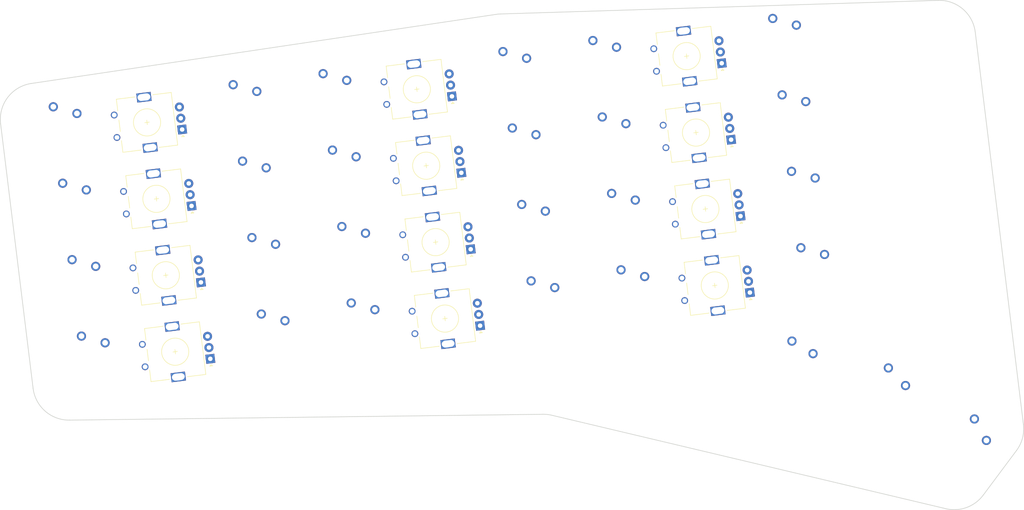
<source format=kicad_pcb>
(kicad_pcb (version 20171130) (host pcbnew 5.1.6)
  (title_block (title "bav70_test") (rev "v1.0.0") (company "Unknown"))
  (layers (0 F.Cu signal) (31 B.Cu signal) (34 B.Paste user) (35 F.Paste user) (36 B.SilkS user) (37 F.SilkS user) (38 B.Mask user) (39 F.Mask user) (44 Edge.Cuts user))
  (net 0 "")
  (net 1 "D5")
  (net 2 "stretch_bottom")
  (net 3 "GND")
  (net 4 "D1")
  (net 5 "D2")
  (net 6 "stretch_home")
  (net 7 "stretch_high")
  (net 8 "stretch_num")
  (net 9 "D3")
  (net 10 "pinky_bottom")
  (net 11 "pinky_home")
  (net 12 "pinky_high")
  (net 13 "pinky_num")
  (net 14 "ring_bottom")
  (net 15 "ring_home")
  (net 16 "ring_high")
  (net 17 "ring_num")
  (net 18 "D7")
  (net 19 "middle_bottom")
  (net 20 "middle_home")
  (net 21 "middle_high")
  (net 22 "middle_num")
  (net 23 "D8")
  (net 24 "index_bottom")
  (net 25 "index_home")
  (net 26 "index_high")
  (net 27 "index_num")
  (net 28 "D10")
  (net 29 "inner_bottom")
  (net 30 "inner_home")
  (net 31 "inner_high")
  (net 32 "inner_num")
  (net 33 "near_fan")
  (net 34 "mid_fan")
  (net 35 "far_fan")
  (net 36 "D6")
  (net 37 "Foo")
  (net 38 "Bar")
  (net 39 "D4")
  (net 40 "D0")
  (footprint "ceoloide:switch_choc_v1_v2" (layer "B.Cu") (at 141.04202 164.0339861 7)
    (property "Reference" "S1" hide)
    (pad "" np_thru_hole circle (at 0 0 7) (size 3.4 3.4) (drill 3.4) (layers "*.Cu" "*.Mask"))
    (pad "" np_thru_hole circle (at 5.5 0 7) (size 1.9 1.9) (drill 1.9) (layers "*.Cu" "*.Mask"))
    (pad "" np_thru_hole circle (at -5.5 0 7) (size 1.9 1.9) (drill 1.9) (layers "*.Cu" "*.Mask"))
    (pad "2" thru_hole circle (at 0 -5.9 202) (size 2.032 2.032) (drill 1.27) (layers "*.Cu" "*.Mask") (net 1 "D5"))
    (pad "1" thru_hole circle (at 5 -3.8 202) (size 2.032 2.032) (drill 1.27) (layers "*.Cu" "*.Mask") (net 2 "stretch_bottom"))
  )
  (footprint "ceoloide:switch_choc_v1_v2" (layer "B.Cu") (at 138.9702412 147.1607015 7)
    (property "Reference" "S2" hide)
    (pad "" np_thru_hole circle (at 0 0 7) (size 3.4 3.4) (drill 3.4) (layers "*.Cu" "*.Mask"))
    (pad "" np_thru_hole circle (at 5.5 0 7) (size 1.9 1.9) (drill 1.9) (layers "*.Cu" "*.Mask"))
    (pad "" np_thru_hole circle (at -5.5 0 7) (size 1.9 1.9) (drill 1.9) (layers "*.Cu" "*.Mask"))
    (pad "2" thru_hole circle (at 0 -5.9 202) (size 2.032 2.032) (drill 1.27) (layers "*.Cu" "*.Mask") (net 1 "D5"))
    (pad "1" thru_hole circle (at 5 -3.8 202) (size 2.032 2.032) (drill 1.27) (layers "*.Cu" "*.Mask") (net 6 "stretch_home"))
  )
  (footprint "ceoloide:switch_choc_v1_v2" (layer "B.Cu") (at 136.8984623 130.2874169 7)
    (property "Reference" "S3" hide)
    (pad "" np_thru_hole circle (at 0 0 7) (size 3.4 3.4) (drill 3.4) (layers "*.Cu" "*.Mask"))
    (pad "" np_thru_hole circle (at 5.5 0 7) (size 1.9 1.9) (drill 1.9) (layers "*.Cu" "*.Mask"))
    (pad "" np_thru_hole circle (at -5.5 0 7) (size 1.9 1.9) (drill 1.9) (layers "*.Cu" "*.Mask"))
    (pad "2" thru_hole circle (at 0 -5.9 202) (size 2.032 2.032) (drill 1.27) (layers "*.Cu" "*.Mask") (net 1 "D5"))
    (pad "1" thru_hole circle (at 5 -3.8 202) (size 2.032 2.032) (drill 1.27) (layers "*.Cu" "*.Mask") (net 7 "stretch_high"))
  )
  (footprint "ceoloide:switch_choc_v1_v2" (layer "B.Cu") (at 134.8266835 113.4141324 7)
    (property "Reference" "S4" hide)
    (pad "" np_thru_hole circle (at 0 0 7) (size 3.4 3.4) (drill 3.4) (layers "*.Cu" "*.Mask"))
    (pad "" np_thru_hole circle (at 5.5 0 7) (size 1.9 1.9) (drill 1.9) (layers "*.Cu" "*.Mask"))
    (pad "" np_thru_hole circle (at -5.5 0 7) (size 1.9 1.9) (drill 1.9) (layers "*.Cu" "*.Mask"))
    (pad "2" thru_hole circle (at 0 -5.9 202) (size 2.032 2.032) (drill 1.27) (layers "*.Cu" "*.Mask") (net 1 "D5"))
    (pad "1" thru_hole circle (at 5 -3.8 202) (size 2.032 2.032) (drill 1.27) (layers "*.Cu" "*.Mask") (net 8 "stretch_num"))
  )
  (footprint "ceoloide:switch_choc_v1_v2" (layer "B.Cu") (at 180.7438661 159.1592124 7)
    (property "Reference" "S5" hide)
    (pad "" np_thru_hole circle (at 0 0 7) (size 3.4 3.4) (drill 3.4) (layers "*.Cu" "*.Mask"))
    (pad "" np_thru_hole circle (at 5.5 0 7) (size 1.9 1.9) (drill 1.9) (layers "*.Cu" "*.Mask"))
    (pad "" np_thru_hole circle (at -5.5 0 7) (size 1.9 1.9) (drill 1.9) (layers "*.Cu" "*.Mask"))
    (pad "2" thru_hole circle (at 0 -5.9 202) (size 2.032 2.032) (drill 1.27) (layers "*.Cu" "*.Mask") (net 9 "D3"))
    (pad "1" thru_hole circle (at 5 -3.8 202) (size 2.032 2.032) (drill 1.27) (layers "*.Cu" "*.Mask") (net 10 "pinky_bottom"))
  )
  (footprint "ceoloide:switch_choc_v1_v2" (layer "B.Cu") (at 178.6720872 142.2859278 7)
    (property "Reference" "S6" hide)
    (pad "" np_thru_hole circle (at 0 0 7) (size 3.4 3.4) (drill 3.4) (layers "*.Cu" "*.Mask"))
    (pad "" np_thru_hole circle (at 5.5 0 7) (size 1.9 1.9) (drill 1.9) (layers "*.Cu" "*.Mask"))
    (pad "" np_thru_hole circle (at -5.5 0 7) (size 1.9 1.9) (drill 1.9) (layers "*.Cu" "*.Mask"))
    (pad "2" thru_hole circle (at 0 -5.9 202) (size 2.032 2.032) (drill 1.27) (layers "*.Cu" "*.Mask") (net 9 "D3"))
    (pad "1" thru_hole circle (at 5 -3.8 202) (size 2.032 2.032) (drill 1.27) (layers "*.Cu" "*.Mask") (net 11 "pinky_home"))
  )
  (footprint "ceoloide:switch_choc_v1_v2" (layer "B.Cu") (at 176.6003084 125.4126432 7)
    (property "Reference" "S7" hide)
    (pad "" np_thru_hole circle (at 0 0 7) (size 3.4 3.4) (drill 3.4) (layers "*.Cu" "*.Mask"))
    (pad "" np_thru_hole circle (at 5.5 0 7) (size 1.9 1.9) (drill 1.9) (layers "*.Cu" "*.Mask"))
    (pad "" np_thru_hole circle (at -5.5 0 7) (size 1.9 1.9) (drill 1.9) (layers "*.Cu" "*.Mask"))
    (pad "2" thru_hole circle (at 0 -5.9 202) (size 2.032 2.032) (drill 1.27) (layers "*.Cu" "*.Mask") (net 9 "D3"))
    (pad "1" thru_hole circle (at 5 -3.8 202) (size 2.032 2.032) (drill 1.27) (layers "*.Cu" "*.Mask") (net 12 "pinky_high"))
  )
  (footprint "ceoloide:switch_choc_v1_v2" (layer "B.Cu") (at 174.5285296 108.5393586 7)
    (property "Reference" "S8" hide)
    (pad "" np_thru_hole circle (at 0 0 7) (size 3.4 3.4) (drill 3.4) (layers "*.Cu" "*.Mask"))
    (pad "" np_thru_hole circle (at 5.5 0 7) (size 1.9 1.9) (drill 1.9) (layers "*.Cu" "*.Mask"))
    (pad "" np_thru_hole circle (at -5.5 0 7) (size 1.9 1.9) (drill 1.9) (layers "*.Cu" "*.Mask"))
    (pad "2" thru_hole circle (at 0 -5.9 202) (size 2.032 2.032) (drill 1.27) (layers "*.Cu" "*.Mask") (net 9 "D3"))
    (pad "1" thru_hole circle (at 5 -3.8 202) (size 2.032 2.032) (drill 1.27) (layers "*.Cu" "*.Mask") (net 13 "pinky_num"))
  )
  (footprint "ceoloide:switch_choc_v1_v2" (layer "B.Cu") (at 200.5947891 156.7218255 7)
    (property "Reference" "S9" hide)
    (pad "" np_thru_hole circle (at 0 0 7) (size 3.4 3.4) (drill 3.4) (layers "*.Cu" "*.Mask"))
    (pad "" np_thru_hole circle (at 5.5 0 7) (size 1.9 1.9) (drill 1.9) (layers "*.Cu" "*.Mask"))
    (pad "" np_thru_hole circle (at -5.5 0 7) (size 1.9 1.9) (drill 1.9) (layers "*.Cu" "*.Mask"))
    (pad "2" thru_hole circle (at 0 -5.9 202) (size 2.032 2.032) (drill 1.27) (layers "*.Cu" "*.Mask") (net 4 "D1"))
    (pad "1" thru_hole circle (at 5 -3.8 202) (size 2.032 2.032) (drill 1.27) (layers "*.Cu" "*.Mask") (net 14 "ring_bottom"))
  )
  (footprint "ceoloide:switch_choc_v1_v2" (layer "B.Cu") (at 198.5230103 139.8485409 7)
    (property "Reference" "S10" hide)
    (pad "" np_thru_hole circle (at 0 0 7) (size 3.4 3.4) (drill 3.4) (layers "*.Cu" "*.Mask"))
    (pad "" np_thru_hole circle (at 5.5 0 7) (size 1.9 1.9) (drill 1.9) (layers "*.Cu" "*.Mask"))
    (pad "" np_thru_hole circle (at -5.5 0 7) (size 1.9 1.9) (drill 1.9) (layers "*.Cu" "*.Mask"))
    (pad "2" thru_hole circle (at 0 -5.9 202) (size 2.032 2.032) (drill 1.27) (layers "*.Cu" "*.Mask") (net 4 "D1"))
    (pad "1" thru_hole circle (at 5 -3.8 202) (size 2.032 2.032) (drill 1.27) (layers "*.Cu" "*.Mask") (net 15 "ring_home"))
  )
  (footprint "ceoloide:switch_choc_v1_v2" (layer "B.Cu") (at 196.4512314 122.9752563 7)
    (property "Reference" "S11" hide)
    (pad "" np_thru_hole circle (at 0 0 7) (size 3.4 3.4) (drill 3.4) (layers "*.Cu" "*.Mask"))
    (pad "" np_thru_hole circle (at 5.5 0 7) (size 1.9 1.9) (drill 1.9) (layers "*.Cu" "*.Mask"))
    (pad "" np_thru_hole circle (at -5.5 0 7) (size 1.9 1.9) (drill 1.9) (layers "*.Cu" "*.Mask"))
    (pad "2" thru_hole circle (at 0 -5.9 202) (size 2.032 2.032) (drill 1.27) (layers "*.Cu" "*.Mask") (net 4 "D1"))
    (pad "1" thru_hole circle (at 5 -3.8 202) (size 2.032 2.032) (drill 1.27) (layers "*.Cu" "*.Mask") (net 16 "ring_high"))
  )
  (footprint "ceoloide:switch_choc_v1_v2" (layer "B.Cu") (at 194.3794526 106.1019717 7)
    (property "Reference" "S12" hide)
    (pad "" np_thru_hole circle (at 0 0 7) (size 3.4 3.4) (drill 3.4) (layers "*.Cu" "*.Mask"))
    (pad "" np_thru_hole circle (at 5.5 0 7) (size 1.9 1.9) (drill 1.9) (layers "*.Cu" "*.Mask"))
    (pad "" np_thru_hole circle (at -5.5 0 7) (size 1.9 1.9) (drill 1.9) (layers "*.Cu" "*.Mask"))
    (pad "2" thru_hole circle (at 0 -5.9 202) (size 2.032 2.032) (drill 1.27) (layers "*.Cu" "*.Mask") (net 4 "D1"))
    (pad "1" thru_hole circle (at 5 -3.8 202) (size 2.032 2.032) (drill 1.27) (layers "*.Cu" "*.Mask") (net 17 "ring_num"))
  )
  (footprint "ceoloide:switch_choc_v1_v2" (layer "B.Cu") (at 240.2966352 151.8470517 7)
    (property "Reference" "S13" hide)
    (pad "" np_thru_hole circle (at 0 0 7) (size 3.4 3.4) (drill 3.4) (layers "*.Cu" "*.Mask"))
    (pad "" np_thru_hole circle (at 5.5 0 7) (size 1.9 1.9) (drill 1.9) (layers "*.Cu" "*.Mask"))
    (pad "" np_thru_hole circle (at -5.5 0 7) (size 1.9 1.9) (drill 1.9) (layers "*.Cu" "*.Mask"))
    (pad "2" thru_hole circle (at 0 -5.9 202) (size 2.032 2.032) (drill 1.27) (layers "*.Cu" "*.Mask") (net 18 "D7"))
    (pad "1" thru_hole circle (at 5 -3.8 202) (size 2.032 2.032) (drill 1.27) (layers "*.Cu" "*.Mask") (net 19 "middle_bottom"))
  )
  (footprint "ceoloide:switch_choc_v1_v2" (layer "B.Cu") (at 238.2248563 134.9737672 7)
    (property "Reference" "S14" hide)
    (pad "" np_thru_hole circle (at 0 0 7) (size 3.4 3.4) (drill 3.4) (layers "*.Cu" "*.Mask"))
    (pad "" np_thru_hole circle (at 5.5 0 7) (size 1.9 1.9) (drill 1.9) (layers "*.Cu" "*.Mask"))
    (pad "" np_thru_hole circle (at -5.5 0 7) (size 1.9 1.9) (drill 1.9) (layers "*.Cu" "*.Mask"))
    (pad "2" thru_hole circle (at 0 -5.9 202) (size 2.032 2.032) (drill 1.27) (layers "*.Cu" "*.Mask") (net 18 "D7"))
    (pad "1" thru_hole circle (at 5 -3.8 202) (size 2.032 2.032) (drill 1.27) (layers "*.Cu" "*.Mask") (net 20 "middle_home"))
  )
  (footprint "ceoloide:switch_choc_v1_v2" (layer "B.Cu") (at 236.1530775 118.1004826 7)
    (property "Reference" "S15" hide)
    (pad "" np_thru_hole circle (at 0 0 7) (size 3.4 3.4) (drill 3.4) (layers "*.Cu" "*.Mask"))
    (pad "" np_thru_hole circle (at 5.5 0 7) (size 1.9 1.9) (drill 1.9) (layers "*.Cu" "*.Mask"))
    (pad "" np_thru_hole circle (at -5.5 0 7) (size 1.9 1.9) (drill 1.9) (layers "*.Cu" "*.Mask"))
    (pad "2" thru_hole circle (at 0 -5.9 202) (size 2.032 2.032) (drill 1.27) (layers "*.Cu" "*.Mask") (net 18 "D7"))
    (pad "1" thru_hole circle (at 5 -3.8 202) (size 2.032 2.032) (drill 1.27) (layers "*.Cu" "*.Mask") (net 21 "middle_high"))
  )
  (footprint "ceoloide:switch_choc_v1_v2" (layer "B.Cu") (at 234.0812987 101.227198 7)
    (property "Reference" "S16" hide)
    (pad "" np_thru_hole circle (at 0 0 7) (size 3.4 3.4) (drill 3.4) (layers "*.Cu" "*.Mask"))
    (pad "" np_thru_hole circle (at 5.5 0 7) (size 1.9 1.9) (drill 1.9) (layers "*.Cu" "*.Mask"))
    (pad "" np_thru_hole circle (at -5.5 0 7) (size 1.9 1.9) (drill 1.9) (layers "*.Cu" "*.Mask"))
    (pad "2" thru_hole circle (at 0 -5.9 202) (size 2.032 2.032) (drill 1.27) (layers "*.Cu" "*.Mask") (net 18 "D7"))
    (pad "1" thru_hole circle (at 5 -3.8 202) (size 2.032 2.032) (drill 1.27) (layers "*.Cu" "*.Mask") (net 22 "middle_num"))
  )
  (footprint "ceoloide:switch_choc_v1_v2" (layer "B.Cu") (at 260.1475582 149.4096649 7)
    (property "Reference" "S17" hide)
    (pad "" np_thru_hole circle (at 0 0 7) (size 3.4 3.4) (drill 3.4) (layers "*.Cu" "*.Mask"))
    (pad "" np_thru_hole circle (at 5.5 0 7) (size 1.9 1.9) (drill 1.9) (layers "*.Cu" "*.Mask"))
    (pad "" np_thru_hole circle (at -5.5 0 7) (size 1.9 1.9) (drill 1.9) (layers "*.Cu" "*.Mask"))
    (pad "2" thru_hole circle (at 0 -5.9 202) (size 2.032 2.032) (drill 1.27) (layers "*.Cu" "*.Mask") (net 23 "D8"))
    (pad "1" thru_hole circle (at 5 -3.8 202) (size 2.032 2.032) (drill 1.27) (layers "*.Cu" "*.Mask") (net 24 "index_bottom"))
  )
  (footprint "ceoloide:switch_choc_v1_v2" (layer "B.Cu") (at 258.0757794 132.5363803 7)
    (property "Reference" "S18" hide)
    (pad "" np_thru_hole circle (at 0 0 7) (size 3.4 3.4) (drill 3.4) (layers "*.Cu" "*.Mask"))
    (pad "" np_thru_hole circle (at 5.5 0 7) (size 1.9 1.9) (drill 1.9) (layers "*.Cu" "*.Mask"))
    (pad "" np_thru_hole circle (at -5.5 0 7) (size 1.9 1.9) (drill 1.9) (layers "*.Cu" "*.Mask"))
    (pad "2" thru_hole circle (at 0 -5.9 202) (size 2.032 2.032) (drill 1.27) (layers "*.Cu" "*.Mask") (net 23 "D8"))
    (pad "1" thru_hole circle (at 5 -3.8 202) (size 2.032 2.032) (drill 1.27) (layers "*.Cu" "*.Mask") (net 25 "index_home"))
  )
  (footprint "ceoloide:switch_choc_v1_v2" (layer "B.Cu") (at 256.0040005 115.6630957 7)
    (property "Reference" "S19" hide)
    (pad "" np_thru_hole circle (at 0 0 7) (size 3.4 3.4) (drill 3.4) (layers "*.Cu" "*.Mask"))
    (pad "" np_thru_hole circle (at 5.5 0 7) (size 1.9 1.9) (drill 1.9) (layers "*.Cu" "*.Mask"))
    (pad "" np_thru_hole circle (at -5.5 0 7) (size 1.9 1.9) (drill 1.9) (layers "*.Cu" "*.Mask"))
    (pad "2" thru_hole circle (at 0 -5.9 202) (size 2.032 2.032) (drill 1.27) (layers "*.Cu" "*.Mask") (net 23 "D8"))
    (pad "1" thru_hole circle (at 5 -3.8 202) (size 2.032 2.032) (drill 1.27) (layers "*.Cu" "*.Mask") (net 26 "index_high"))
  )
  (footprint "ceoloide:switch_choc_v1_v2" (layer "B.Cu") (at 253.9322217 98.7898111 7)
    (property "Reference" "S20" hide)
    (pad "" np_thru_hole circle (at 0 0 7) (size 3.4 3.4) (drill 3.4) (layers "*.Cu" "*.Mask"))
    (pad "" np_thru_hole circle (at 5.5 0 7) (size 1.9 1.9) (drill 1.9) (layers "*.Cu" "*.Mask"))
    (pad "" np_thru_hole circle (at -5.5 0 7) (size 1.9 1.9) (drill 1.9) (layers "*.Cu" "*.Mask"))
    (pad "2" thru_hole circle (at 0 -5.9 202) (size 2.032 2.032) (drill 1.27) (layers "*.Cu" "*.Mask") (net 23 "D8"))
    (pad "1" thru_hole circle (at 5 -3.8 202) (size 2.032 2.032) (drill 1.27) (layers "*.Cu" "*.Mask") (net 27 "index_num"))
  )
  (footprint "ceoloide:switch_choc_v1_v2" (layer "B.Cu") (at 299.8494043 144.5348911 7)
    (property "Reference" "S21" hide)
    (pad "" np_thru_hole circle (at 0 0 7) (size 3.4 3.4) (drill 3.4) (layers "*.Cu" "*.Mask"))
    (pad "" np_thru_hole circle (at 5.5 0 7) (size 1.9 1.9) (drill 1.9) (layers "*.Cu" "*.Mask"))
    (pad "" np_thru_hole circle (at -5.5 0 7) (size 1.9 1.9) (drill 1.9) (layers "*.Cu" "*.Mask"))
    (pad "2" thru_hole circle (at 0 -5.9 202) (size 2.032 2.032) (drill 1.27) (layers "*.Cu" "*.Mask") (net 28 "D10"))
    (pad "1" thru_hole circle (at 5 -3.8 202) (size 2.032 2.032) (drill 1.27) (layers "*.Cu" "*.Mask") (net 29 "inner_bottom"))
  )
  (footprint "ceoloide:switch_choc_v1_v2" (layer "B.Cu") (at 297.7776254 127.6616066 7)
    (property "Reference" "S22" hide)
    (pad "" np_thru_hole circle (at 0 0 7) (size 3.4 3.4) (drill 3.4) (layers "*.Cu" "*.Mask"))
    (pad "" np_thru_hole circle (at 5.5 0 7) (size 1.9 1.9) (drill 1.9) (layers "*.Cu" "*.Mask"))
    (pad "" np_thru_hole circle (at -5.5 0 7) (size 1.9 1.9) (drill 1.9) (layers "*.Cu" "*.Mask"))
    (pad "2" thru_hole circle (at 0 -5.9 202) (size 2.032 2.032) (drill 1.27) (layers "*.Cu" "*.Mask") (net 28 "D10"))
    (pad "1" thru_hole circle (at 5 -3.8 202) (size 2.032 2.032) (drill 1.27) (layers "*.Cu" "*.Mask") (net 30 "inner_home"))
  )
  (footprint "ceoloide:switch_choc_v1_v2" (layer "B.Cu") (at 295.7058466 110.788322 7)
    (property "Reference" "S23" hide)
    (pad "" np_thru_hole circle (at 0 0 7) (size 3.4 3.4) (drill 3.4) (layers "*.Cu" "*.Mask"))
    (pad "" np_thru_hole circle (at 5.5 0 7) (size 1.9 1.9) (drill 1.9) (layers "*.Cu" "*.Mask"))
    (pad "" np_thru_hole circle (at -5.5 0 7) (size 1.9 1.9) (drill 1.9) (layers "*.Cu" "*.Mask"))
    (pad "2" thru_hole circle (at 0 -5.9 202) (size 2.032 2.032) (drill 1.27) (layers "*.Cu" "*.Mask") (net 28 "D10"))
    (pad "1" thru_hole circle (at 5 -3.8 202) (size 2.032 2.032) (drill 1.27) (layers "*.Cu" "*.Mask") (net 31 "inner_high"))
  )
  (footprint "ceoloide:switch_choc_v1_v2" (layer "B.Cu") (at 293.6340678 93.9150374 7)
    (property "Reference" "S24" hide)
    (pad "" np_thru_hole circle (at 0 0 7) (size 3.4 3.4) (drill 3.4) (layers "*.Cu" "*.Mask"))
    (pad "" np_thru_hole circle (at 5.5 0 7) (size 1.9 1.9) (drill 1.9) (layers "*.Cu" "*.Mask"))
    (pad "" np_thru_hole circle (at -5.5 0 7) (size 1.9 1.9) (drill 1.9) (layers "*.Cu" "*.Mask"))
    (pad "2" thru_hole circle (at 0 -5.9 202) (size 2.032 2.032) (drill 1.27) (layers "*.Cu" "*.Mask") (net 28 "D10"))
    (pad "1" thru_hole circle (at 5 -3.8 202) (size 2.032 2.032) (drill 1.27) (layers "*.Cu" "*.Mask") (net 32 "inner_num"))
  )
  (footprint "ceoloide:switch_choc_v1_v2" (layer "B.Cu") (at 296.3315142 165.1170302 -8)
    (property "Reference" "S25" hide)
    (pad "" np_thru_hole circle (at 0 0 -8) (size 3.4 3.4) (drill 3.4) (layers "*.Cu" "*.Mask"))
    (pad "" np_thru_hole circle (at 5.5 0 -8) (size 1.9 1.9) (drill 1.9) (layers "*.Cu" "*.Mask"))
    (pad "" np_thru_hole circle (at -5.5 0 -8) (size 1.9 1.9) (drill 1.9) (layers "*.Cu" "*.Mask"))
    (pad "2" thru_hole circle (at 0 -5.9 187) (size 2.032 2.032) (drill 1.27) (layers "*.Cu" "*.Mask") (net 18 "D7"))
    (pad "1" thru_hole circle (at 5 -3.8 187) (size 2.032 2.032) (drill 1.27) (layers "*.Cu" "*.Mask") (net 33 "near_fan"))
  )
  (footprint "ceoloide:switch_choc_v1_v2" (layer "B.Cu") (at 316.1363918 170.6353491 -23)
    (property "Reference" "S26" hide)
    (pad "" np_thru_hole circle (at 0 0 -23) (size 3.4 3.4) (drill 3.4) (layers "*.Cu" "*.Mask"))
    (pad "" np_thru_hole circle (at 5.5 0 -23) (size 1.9 1.9) (drill 1.9) (layers "*.Cu" "*.Mask"))
    (pad "" np_thru_hole circle (at -5.5 0 -23) (size 1.9 1.9) (drill 1.9) (layers "*.Cu" "*.Mask"))
    (pad "2" thru_hole circle (at 0 -5.9 172) (size 2.032 2.032) (drill 1.27) (layers "*.Cu" "*.Mask") (net 23 "D8"))
    (pad "1" thru_hole circle (at 5 -3.8 172) (size 2.032 2.032) (drill 1.27) (layers "*.Cu" "*.Mask") (net 34 "mid_fan"))
  )
  (footprint "ceoloide:switch_choc_v1_v2" (layer "B.Cu") (at 333.7985789 181.1171742 -38)
    (property "Reference" "S27" hide)
    (pad "" np_thru_hole circle (at 0 0 -38) (size 3.4 3.4) (drill 3.4) (layers "*.Cu" "*.Mask"))
    (pad "" np_thru_hole circle (at 5.5 0 -38) (size 1.9 1.9) (drill 1.9) (layers "*.Cu" "*.Mask"))
    (pad "" np_thru_hole circle (at -5.5 0 -38) (size 1.9 1.9) (drill 1.9) (layers "*.Cu" "*.Mask"))
    (pad "2" thru_hole circle (at 0 -5.9 157) (size 2.032 2.032) (drill 1.27) (layers "*.Cu" "*.Mask") (net 28 "D10"))
    (pad "1" thru_hole circle (at 5 -3.8 157) (size 2.032 2.032) (drill 1.27) (layers "*.Cu" "*.Mask") (net 35 "far_fan"))
  )
  (module rotary_encoder (layer F.Cu) (at 160.892943 161.59659919999999 187)
    (fp_text reference "ROT1" hide)
    (fp_text value "")
    (fp_line (start -0.62 -0.04) (end 0.38 -0.04) (layer F.SilkS) (width 0.12))
    (fp_line (start -0.12 -0.54) (end -0.12 0.46) (layer F.SilkS) (width 0.12))
    (fp_line (start 5.98 3.26) (end 5.98 5.86) (layer F.SilkS) (width 0.12))
    (fp_line (start 5.98 -1.34) (end 5.98 1.26) (layer F.SilkS) (width 0.12))
    (fp_line (start 5.98 -5.94) (end 5.98 -3.34) (layer F.SilkS) (width 0.12))
    (fp_line (start -7.32 -4.14) (end -7.62 -3.84) (layer F.SilkS) (width 0.12))
    (fp_line (start -7.92 -4.14) (end -7.32 -4.14) (layer F.SilkS) (width 0.12))
    (fp_line (start -7.62 -3.84) (end -7.92 -4.14) (layer F.SilkS) (width 0.12))
    (fp_line (start -6.22 -5.84) (end -6.22 5.86) (layer F.SilkS) (width 0.12))
    (fp_line (start -2.12 -5.84) (end -6.22 -5.84) (layer F.SilkS) (width 0.12))
    (fp_line (start -2.12 5.86) (end -6.22 5.86) (layer F.SilkS) (width 0.12))
    (fp_line (start 5.98 5.86) (end 1.88 5.86) (layer F.SilkS) (width 0.12))
    (fp_line (start 1.88 -5.94) (end 5.98 -5.94) (layer F.SilkS) (width 0.12))
    (fp_circle (center -0.12 -0.04) (end 2.88 -0.04) (layer F.SilkS) (width 0.12))
    (pad A thru_hole rect (at -7.62 -2.54 187) (size 2 2) (drill 1) (layers *.Cu *.Mask) (net 10 "pinky_bottom"))
    (pad C thru_hole circle (at -7.62 -0.04) (size 2 2) (drill 1) (layers *.Cu *.Mask) (net 38 "Bar"))
    (pad B thru_hole circle (at -7.62 2.46) (size 2 2) (drill 1) (layers *.Cu *.Mask) (net 37 "Foo"))
    (pad 1 thru_hole circle (at 6.88 -2.54) (size 1.5 1.5) (drill 1) (layers *.Cu *.Mask) (net 2 "stretch_bottom"))
    (pad 2 thru_hole circle (at 6.88 2.46) (size 1.5 1.5) (drill 1) (layers *.Cu *.Mask) (net 36 "D6"))
    (pad "" thru_hole rect (at -0.12 -5.64 187) (size 3.2 2) (drill oval 2.8 1.5) (layers *.Cu *.Mask))
    (pad "" thru_hole rect (at -0.12 5.56 187) (size 3.2 2) (drill oval 2.8 1.5) (layers *.Cu *.Mask))
  )
  (module rotary_encoder (layer F.Cu) (at 158.8211642 144.72331459999998 187)
    (fp_text reference "ROT2" hide)
    (fp_text value "")
    (fp_line (start -0.62 -0.04) (end 0.38 -0.04) (layer F.SilkS) (width 0.12))
    (fp_line (start -0.12 -0.54) (end -0.12 0.46) (layer F.SilkS) (width 0.12))
    (fp_line (start 5.98 3.26) (end 5.98 5.86) (layer F.SilkS) (width 0.12))
    (fp_line (start 5.98 -1.34) (end 5.98 1.26) (layer F.SilkS) (width 0.12))
    (fp_line (start 5.98 -5.94) (end 5.98 -3.34) (layer F.SilkS) (width 0.12))
    (fp_line (start -7.32 -4.14) (end -7.62 -3.84) (layer F.SilkS) (width 0.12))
    (fp_line (start -7.92 -4.14) (end -7.32 -4.14) (layer F.SilkS) (width 0.12))
    (fp_line (start -7.62 -3.84) (end -7.92 -4.14) (layer F.SilkS) (width 0.12))
    (fp_line (start -6.22 -5.84) (end -6.22 5.86) (layer F.SilkS) (width 0.12))
    (fp_line (start -2.12 -5.84) (end -6.22 -5.84) (layer F.SilkS) (width 0.12))
    (fp_line (start -2.12 5.86) (end -6.22 5.86) (layer F.SilkS) (width 0.12))
    (fp_line (start 5.98 5.86) (end 1.88 5.86) (layer F.SilkS) (width 0.12))
    (fp_line (start 1.88 -5.94) (end 5.98 -5.94) (layer F.SilkS) (width 0.12))
    (fp_circle (center -0.12 -0.04) (end 2.88 -0.04) (layer F.SilkS) (width 0.12))
    (pad A thru_hole rect (at -7.62 -2.54 187) (size 2 2) (drill 1) (layers *.Cu *.Mask) (net 11 "pinky_home"))
    (pad C thru_hole circle (at -7.62 -0.04) (size 2 2) (drill 1) (layers *.Cu *.Mask) (net 38 "Bar"))
    (pad B thru_hole circle (at -7.62 2.46) (size 2 2) (drill 1) (layers *.Cu *.Mask) (net 37 "Foo"))
    (pad 1 thru_hole circle (at 6.88 -2.54) (size 1.5 1.5) (drill 1) (layers *.Cu *.Mask) (net 6 "stretch_home"))
    (pad 2 thru_hole circle (at 6.88 2.46) (size 1.5 1.5) (drill 1) (layers *.Cu *.Mask) (net 39 "D4"))
    (pad "" thru_hole rect (at -0.12 -5.64 187) (size 3.2 2) (drill oval 2.8 1.5) (layers *.Cu *.Mask))
    (pad "" thru_hole rect (at -0.12 5.56 187) (size 3.2 2) (drill oval 2.8 1.5) (layers *.Cu *.Mask))
  )
  (module rotary_encoder (layer F.Cu) (at 156.7493853 127.85003 187)
    (fp_text reference "ROT3" hide)
    (fp_text value "")
    (fp_line (start -0.62 -0.04) (end 0.38 -0.04) (layer F.SilkS) (width 0.12))
    (fp_line (start -0.12 -0.54) (end -0.12 0.46) (layer F.SilkS) (width 0.12))
    (fp_line (start 5.98 3.26) (end 5.98 5.86) (layer F.SilkS) (width 0.12))
    (fp_line (start 5.98 -1.34) (end 5.98 1.26) (layer F.SilkS) (width 0.12))
    (fp_line (start 5.98 -5.94) (end 5.98 -3.34) (layer F.SilkS) (width 0.12))
    (fp_line (start -7.32 -4.14) (end -7.62 -3.84) (layer F.SilkS) (width 0.12))
    (fp_line (start -7.92 -4.14) (end -7.32 -4.14) (layer F.SilkS) (width 0.12))
    (fp_line (start -7.62 -3.84) (end -7.92 -4.14) (layer F.SilkS) (width 0.12))
    (fp_line (start -6.22 -5.84) (end -6.22 5.86) (layer F.SilkS) (width 0.12))
    (fp_line (start -2.12 -5.84) (end -6.22 -5.84) (layer F.SilkS) (width 0.12))
    (fp_line (start -2.12 5.86) (end -6.22 5.86) (layer F.SilkS) (width 0.12))
    (fp_line (start 5.98 5.86) (end 1.88 5.86) (layer F.SilkS) (width 0.12))
    (fp_line (start 1.88 -5.94) (end 5.98 -5.94) (layer F.SilkS) (width 0.12))
    (fp_circle (center -0.12 -0.04) (end 2.88 -0.04) (layer F.SilkS) (width 0.12))
    (pad A thru_hole rect (at -7.62 -2.54 187) (size 2 2) (drill 1) (layers *.Cu *.Mask) (net 12 "pinky_high"))
    (pad C thru_hole circle (at -7.62 -0.04) (size 2 2) (drill 1) (layers *.Cu *.Mask) (net 38 "Bar"))
    (pad B thru_hole circle (at -7.62 2.46) (size 2 2) (drill 1) (layers *.Cu *.Mask) (net 37 "Foo"))
    (pad 1 thru_hole circle (at 6.88 -2.54) (size 1.5 1.5) (drill 1) (layers *.Cu *.Mask) (net 7 "stretch_high"))
    (pad 2 thru_hole circle (at 6.88 2.46) (size 1.5 1.5) (drill 1) (layers *.Cu *.Mask) (net 5 "D2"))
    (pad "" thru_hole rect (at -0.12 -5.64 187) (size 3.2 2) (drill oval 2.8 1.5) (layers *.Cu *.Mask))
    (pad "" thru_hole rect (at -0.12 5.56 187) (size 3.2 2) (drill oval 2.8 1.5) (layers *.Cu *.Mask))
  )
  (module rotary_encoder (layer F.Cu) (at 154.6776065 110.97674549999999 187)
    (fp_text reference "ROT4" hide)
    (fp_text value "")
    (fp_line (start -0.62 -0.04) (end 0.38 -0.04) (layer F.SilkS) (width 0.12))
    (fp_line (start -0.12 -0.54) (end -0.12 0.46) (layer F.SilkS) (width 0.12))
    (fp_line (start 5.98 3.26) (end 5.98 5.86) (layer F.SilkS) (width 0.12))
    (fp_line (start 5.98 -1.34) (end 5.98 1.26) (layer F.SilkS) (width 0.12))
    (fp_line (start 5.98 -5.94) (end 5.98 -3.34) (layer F.SilkS) (width 0.12))
    (fp_line (start -7.32 -4.14) (end -7.62 -3.84) (layer F.SilkS) (width 0.12))
    (fp_line (start -7.92 -4.14) (end -7.32 -4.14) (layer F.SilkS) (width 0.12))
    (fp_line (start -7.62 -3.84) (end -7.92 -4.14) (layer F.SilkS) (width 0.12))
    (fp_line (start -6.22 -5.84) (end -6.22 5.86) (layer F.SilkS) (width 0.12))
    (fp_line (start -2.12 -5.84) (end -6.22 -5.84) (layer F.SilkS) (width 0.12))
    (fp_line (start -2.12 5.86) (end -6.22 5.86) (layer F.SilkS) (width 0.12))
    (fp_line (start 5.98 5.86) (end 1.88 5.86) (layer F.SilkS) (width 0.12))
    (fp_line (start 1.88 -5.94) (end 5.98 -5.94) (layer F.SilkS) (width 0.12))
    (fp_circle (center -0.12 -0.04) (end 2.88 -0.04) (layer F.SilkS) (width 0.12))
    (pad A thru_hole rect (at -7.62 -2.54 187) (size 2 2) (drill 1) (layers *.Cu *.Mask) (net 13 "pinky_num"))
    (pad C thru_hole circle (at -7.62 -0.04) (size 2 2) (drill 1) (layers *.Cu *.Mask) (net 38 "Bar"))
    (pad B thru_hole circle (at -7.62 2.46) (size 2 2) (drill 1) (layers *.Cu *.Mask) (net 37 "Foo"))
    (pad 1 thru_hole circle (at 6.88 -2.54) (size 1.5 1.5) (drill 1) (layers *.Cu *.Mask) (net 8 "stretch_num"))
    (pad 2 thru_hole circle (at 6.88 2.46) (size 1.5 1.5) (drill 1) (layers *.Cu *.Mask) (net 40 "D0"))
    (pad "" thru_hole rect (at -0.12 -5.64 187) (size 3.2 2) (drill oval 2.8 1.5) (layers *.Cu *.Mask))
    (pad "" thru_hole rect (at -0.12 5.56 187) (size 3.2 2) (drill oval 2.8 1.5) (layers *.Cu *.Mask))
  )
  (module rotary_encoder (layer F.Cu) (at 220.4457121 154.2844386 187)
    (fp_text reference "ROT5" hide)
    (fp_text value "")
    (fp_line (start -0.62 -0.04) (end 0.38 -0.04) (layer F.SilkS) (width 0.12))
    (fp_line (start -0.12 -0.54) (end -0.12 0.46) (layer F.SilkS) (width 0.12))
    (fp_line (start 5.98 3.26) (end 5.98 5.86) (layer F.SilkS) (width 0.12))
    (fp_line (start 5.98 -1.34) (end 5.98 1.26) (layer F.SilkS) (width 0.12))
    (fp_line (start 5.98 -5.94) (end 5.98 -3.34) (layer F.SilkS) (width 0.12))
    (fp_line (start -7.32 -4.14) (end -7.62 -3.84) (layer F.SilkS) (width 0.12))
    (fp_line (start -7.92 -4.14) (end -7.32 -4.14) (layer F.SilkS) (width 0.12))
    (fp_line (start -7.62 -3.84) (end -7.92 -4.14) (layer F.SilkS) (width 0.12))
    (fp_line (start -6.22 -5.84) (end -6.22 5.86) (layer F.SilkS) (width 0.12))
    (fp_line (start -2.12 -5.84) (end -6.22 -5.84) (layer F.SilkS) (width 0.12))
    (fp_line (start -2.12 5.86) (end -6.22 5.86) (layer F.SilkS) (width 0.12))
    (fp_line (start 5.98 5.86) (end 1.88 5.86) (layer F.SilkS) (width 0.12))
    (fp_line (start 1.88 -5.94) (end 5.98 -5.94) (layer F.SilkS) (width 0.12))
    (fp_circle (center -0.12 -0.04) (end 2.88 -0.04) (layer F.SilkS) (width 0.12))
    (pad A thru_hole rect (at -7.62 -2.54 187) (size 2 2) (drill 1) (layers *.Cu *.Mask) (net 19 "middle_bottom"))
    (pad C thru_hole circle (at -7.62 -0.04) (size 2 2) (drill 1) (layers *.Cu *.Mask) (net 38 "Bar"))
    (pad B thru_hole circle (at -7.62 2.46) (size 2 2) (drill 1) (layers *.Cu *.Mask) (net 37 "Foo"))
    (pad 1 thru_hole circle (at 6.88 -2.54) (size 1.5 1.5) (drill 1) (layers *.Cu *.Mask) (net 14 "ring_bottom"))
    (pad 2 thru_hole circle (at 6.88 2.46) (size 1.5 1.5) (drill 1) (layers *.Cu *.Mask) (net 36 "D6"))
    (pad "" thru_hole rect (at -0.12 -5.64 187) (size 3.2 2) (drill oval 2.8 1.5) (layers *.Cu *.Mask))
    (pad "" thru_hole rect (at -0.12 5.56 187) (size 3.2 2) (drill oval 2.8 1.5) (layers *.Cu *.Mask))
  )
  (module rotary_encoder (layer F.Cu) (at 218.3739333 137.41115399999998 187)
    (fp_text reference "ROT6" hide)
    (fp_text value "")
    (fp_line (start -0.62 -0.04) (end 0.38 -0.04) (layer F.SilkS) (width 0.12))
    (fp_line (start -0.12 -0.54) (end -0.12 0.46) (layer F.SilkS) (width 0.12))
    (fp_line (start 5.98 3.26) (end 5.98 5.86) (layer F.SilkS) (width 0.12))
    (fp_line (start 5.98 -1.34) (end 5.98 1.26) (layer F.SilkS) (width 0.12))
    (fp_line (start 5.98 -5.94) (end 5.98 -3.34) (layer F.SilkS) (width 0.12))
    (fp_line (start -7.32 -4.14) (end -7.62 -3.84) (layer F.SilkS) (width 0.12))
    (fp_line (start -7.92 -4.14) (end -7.32 -4.14) (layer F.SilkS) (width 0.12))
    (fp_line (start -7.62 -3.84) (end -7.92 -4.14) (layer F.SilkS) (width 0.12))
    (fp_line (start -6.22 -5.84) (end -6.22 5.86) (layer F.SilkS) (width 0.12))
    (fp_line (start -2.12 -5.84) (end -6.22 -5.84) (layer F.SilkS) (width 0.12))
    (fp_line (start -2.12 5.86) (end -6.22 5.86) (layer F.SilkS) (width 0.12))
    (fp_line (start 5.98 5.86) (end 1.88 5.86) (layer F.SilkS) (width 0.12))
    (fp_line (start 1.88 -5.94) (end 5.98 -5.94) (layer F.SilkS) (width 0.12))
    (fp_circle (center -0.12 -0.04) (end 2.88 -0.04) (layer F.SilkS) (width 0.12))
    (pad A thru_hole rect (at -7.62 -2.54 187) (size 2 2) (drill 1) (layers *.Cu *.Mask) (net 20 "middle_home"))
    (pad C thru_hole circle (at -7.62 -0.04) (size 2 2) (drill 1) (layers *.Cu *.Mask) (net 38 "Bar"))
    (pad B thru_hole circle (at -7.62 2.46) (size 2 2) (drill 1) (layers *.Cu *.Mask) (net 37 "Foo"))
    (pad 1 thru_hole circle (at 6.88 -2.54) (size 1.5 1.5) (drill 1) (layers *.Cu *.Mask) (net 15 "ring_home"))
    (pad 2 thru_hole circle (at 6.88 2.46) (size 1.5 1.5) (drill 1) (layers *.Cu *.Mask) (net 39 "D4"))
    (pad "" thru_hole rect (at -0.12 -5.64 187) (size 3.2 2) (drill oval 2.8 1.5) (layers *.Cu *.Mask))
    (pad "" thru_hole rect (at -0.12 5.56 187) (size 3.2 2) (drill oval 2.8 1.5) (layers *.Cu *.Mask))
  )
  (module rotary_encoder (layer F.Cu) (at 216.3021544 120.5378694 187)
    (fp_text reference "ROT7" hide)
    (fp_text value "")
    (fp_line (start -0.62 -0.04) (end 0.38 -0.04) (layer F.SilkS) (width 0.12))
    (fp_line (start -0.12 -0.54) (end -0.12 0.46) (layer F.SilkS) (width 0.12))
    (fp_line (start 5.98 3.26) (end 5.98 5.86) (layer F.SilkS) (width 0.12))
    (fp_line (start 5.98 -1.34) (end 5.98 1.26) (layer F.SilkS) (width 0.12))
    (fp_line (start 5.98 -5.94) (end 5.98 -3.34) (layer F.SilkS) (width 0.12))
    (fp_line (start -7.32 -4.14) (end -7.62 -3.84) (layer F.SilkS) (width 0.12))
    (fp_line (start -7.92 -4.14) (end -7.32 -4.14) (layer F.SilkS) (width 0.12))
    (fp_line (start -7.62 -3.84) (end -7.92 -4.14) (layer F.SilkS) (width 0.12))
    (fp_line (start -6.22 -5.84) (end -6.22 5.86) (layer F.SilkS) (width 0.12))
    (fp_line (start -2.12 -5.84) (end -6.22 -5.84) (layer F.SilkS) (width 0.12))
    (fp_line (start -2.12 5.86) (end -6.22 5.86) (layer F.SilkS) (width 0.12))
    (fp_line (start 5.98 5.86) (end 1.88 5.86) (layer F.SilkS) (width 0.12))
    (fp_line (start 1.88 -5.94) (end 5.98 -5.94) (layer F.SilkS) (width 0.12))
    (fp_circle (center -0.12 -0.04) (end 2.88 -0.04) (layer F.SilkS) (width 0.12))
    (pad A thru_hole rect (at -7.62 -2.54 187) (size 2 2) (drill 1) (layers *.Cu *.Mask) (net 21 "middle_high"))
    (pad C thru_hole circle (at -7.62 -0.04) (size 2 2) (drill 1) (layers *.Cu *.Mask) (net 38 "Bar"))
    (pad B thru_hole circle (at -7.62 2.46) (size 2 2) (drill 1) (layers *.Cu *.Mask) (net 37 "Foo"))
    (pad 1 thru_hole circle (at 6.88 -2.54) (size 1.5 1.5) (drill 1) (layers *.Cu *.Mask) (net 16 "ring_high"))
    (pad 2 thru_hole circle (at 6.88 2.46) (size 1.5 1.5) (drill 1) (layers *.Cu *.Mask) (net 5 "D2"))
    (pad "" thru_hole rect (at -0.12 -5.64 187) (size 3.2 2) (drill oval 2.8 1.5) (layers *.Cu *.Mask))
    (pad "" thru_hole rect (at -0.12 5.56 187) (size 3.2 2) (drill oval 2.8 1.5) (layers *.Cu *.Mask))
  )
  (module rotary_encoder (layer F.Cu) (at 214.2303756 103.6645848 187)
    (fp_text reference "ROT8" hide)
    (fp_text value "")
    (fp_line (start -0.62 -0.04) (end 0.38 -0.04) (layer F.SilkS) (width 0.12))
    (fp_line (start -0.12 -0.54) (end -0.12 0.46) (layer F.SilkS) (width 0.12))
    (fp_line (start 5.98 3.26) (end 5.98 5.86) (layer F.SilkS) (width 0.12))
    (fp_line (start 5.98 -1.34) (end 5.98 1.26) (layer F.SilkS) (width 0.12))
    (fp_line (start 5.98 -5.94) (end 5.98 -3.34) (layer F.SilkS) (width 0.12))
    (fp_line (start -7.32 -4.14) (end -7.62 -3.84) (layer F.SilkS) (width 0.12))
    (fp_line (start -7.92 -4.14) (end -7.32 -4.14) (layer F.SilkS) (width 0.12))
    (fp_line (start -7.62 -3.84) (end -7.92 -4.14) (layer F.SilkS) (width 0.12))
    (fp_line (start -6.22 -5.84) (end -6.22 5.86) (layer F.SilkS) (width 0.12))
    (fp_line (start -2.12 -5.84) (end -6.22 -5.84) (layer F.SilkS) (width 0.12))
    (fp_line (start -2.12 5.86) (end -6.22 5.86) (layer F.SilkS) (width 0.12))
    (fp_line (start 5.98 5.86) (end 1.88 5.86) (layer F.SilkS) (width 0.12))
    (fp_line (start 1.88 -5.94) (end 5.98 -5.94) (layer F.SilkS) (width 0.12))
    (fp_circle (center -0.12 -0.04) (end 2.88 -0.04) (layer F.SilkS) (width 0.12))
    (pad A thru_hole rect (at -7.62 -2.54 187) (size 2 2) (drill 1) (layers *.Cu *.Mask) (net 22 "middle_num"))
    (pad C thru_hole circle (at -7.62 -0.04) (size 2 2) (drill 1) (layers *.Cu *.Mask) (net 38 "Bar"))
    (pad B thru_hole circle (at -7.62 2.46) (size 2 2) (drill 1) (layers *.Cu *.Mask) (net 37 "Foo"))
    (pad 1 thru_hole circle (at 6.88 -2.54) (size 1.5 1.5) (drill 1) (layers *.Cu *.Mask) (net 17 "ring_num"))
    (pad 2 thru_hole circle (at 6.88 2.46) (size 1.5 1.5) (drill 1) (layers *.Cu *.Mask) (net 40 "D0"))
    (pad "" thru_hole rect (at -0.12 -5.64 187) (size 3.2 2) (drill oval 2.8 1.5) (layers *.Cu *.Mask))
    (pad "" thru_hole rect (at -0.12 5.56 187) (size 3.2 2) (drill oval 2.8 1.5) (layers *.Cu *.Mask))
  )
  (module rotary_encoder (layer F.Cu) (at 279.9984812 146.972278 187)
    (fp_text reference "ROT9" hide)
    (fp_text value "")
    (fp_line (start -0.62 -0.04) (end 0.38 -0.04) (layer F.SilkS) (width 0.12))
    (fp_line (start -0.12 -0.54) (end -0.12 0.46) (layer F.SilkS) (width 0.12))
    (fp_line (start 5.98 3.26) (end 5.98 5.86) (layer F.SilkS) (width 0.12))
    (fp_line (start 5.98 -1.34) (end 5.98 1.26) (layer F.SilkS) (width 0.12))
    (fp_line (start 5.98 -5.94) (end 5.98 -3.34) (layer F.SilkS) (width 0.12))
    (fp_line (start -7.32 -4.14) (end -7.62 -3.84) (layer F.SilkS) (width 0.12))
    (fp_line (start -7.92 -4.14) (end -7.32 -4.14) (layer F.SilkS) (width 0.12))
    (fp_line (start -7.62 -3.84) (end -7.92 -4.14) (layer F.SilkS) (width 0.12))
    (fp_line (start -6.22 -5.84) (end -6.22 5.86) (layer F.SilkS) (width 0.12))
    (fp_line (start -2.12 -5.84) (end -6.22 -5.84) (layer F.SilkS) (width 0.12))
    (fp_line (start -2.12 5.86) (end -6.22 5.86) (layer F.SilkS) (width 0.12))
    (fp_line (start 5.98 5.86) (end 1.88 5.86) (layer F.SilkS) (width 0.12))
    (fp_line (start 1.88 -5.94) (end 5.98 -5.94) (layer F.SilkS) (width 0.12))
    (fp_circle (center -0.12 -0.04) (end 2.88 -0.04) (layer F.SilkS) (width 0.12))
    (pad A thru_hole rect (at -7.62 -2.54 187) (size 2 2) (drill 1) (layers *.Cu *.Mask) (net 29 "inner_bottom"))
    (pad C thru_hole circle (at -7.62 -0.04) (size 2 2) (drill 1) (layers *.Cu *.Mask) (net 38 "Bar"))
    (pad B thru_hole circle (at -7.62 2.46) (size 2 2) (drill 1) (layers *.Cu *.Mask) (net 37 "Foo"))
    (pad 1 thru_hole circle (at 6.88 -2.54) (size 1.5 1.5) (drill 1) (layers *.Cu *.Mask) (net 24 "index_bottom"))
    (pad 2 thru_hole circle (at 6.88 2.46) (size 1.5 1.5) (drill 1) (layers *.Cu *.Mask) (net 36 "D6"))
    (pad "" thru_hole rect (at -0.12 -5.64 187) (size 3.2 2) (drill oval 2.8 1.5) (layers *.Cu *.Mask))
    (pad "" thru_hole rect (at -0.12 5.56 187) (size 3.2 2) (drill oval 2.8 1.5) (layers *.Cu *.Mask))
  )
  (module rotary_encoder (layer F.Cu) (at 277.9267024 130.09899339999998 187)
    (fp_text reference "ROT10" hide)
    (fp_text value "")
    (fp_line (start -0.62 -0.04) (end 0.38 -0.04) (layer F.SilkS) (width 0.12))
    (fp_line (start -0.12 -0.54) (end -0.12 0.46) (layer F.SilkS) (width 0.12))
    (fp_line (start 5.98 3.26) (end 5.98 5.86) (layer F.SilkS) (width 0.12))
    (fp_line (start 5.98 -1.34) (end 5.98 1.26) (layer F.SilkS) (width 0.12))
    (fp_line (start 5.98 -5.94) (end 5.98 -3.34) (layer F.SilkS) (width 0.12))
    (fp_line (start -7.32 -4.14) (end -7.62 -3.84) (layer F.SilkS) (width 0.12))
    (fp_line (start -7.92 -4.14) (end -7.32 -4.14) (layer F.SilkS) (width 0.12))
    (fp_line (start -7.62 -3.84) (end -7.92 -4.14) (layer F.SilkS) (width 0.12))
    (fp_line (start -6.22 -5.84) (end -6.22 5.86) (layer F.SilkS) (width 0.12))
    (fp_line (start -2.12 -5.84) (end -6.22 -5.84) (layer F.SilkS) (width 0.12))
    (fp_line (start -2.12 5.86) (end -6.22 5.86) (layer F.SilkS) (width 0.12))
    (fp_line (start 5.98 5.86) (end 1.88 5.86) (layer F.SilkS) (width 0.12))
    (fp_line (start 1.88 -5.94) (end 5.98 -5.94) (layer F.SilkS) (width 0.12))
    (fp_circle (center -0.12 -0.04) (end 2.88 -0.04) (layer F.SilkS) (width 0.12))
    (pad A thru_hole rect (at -7.62 -2.54 187) (size 2 2) (drill 1) (layers *.Cu *.Mask) (net 30 "inner_home"))
    (pad C thru_hole circle (at -7.62 -0.04) (size 2 2) (drill 1) (layers *.Cu *.Mask) (net 38 "Bar"))
    (pad B thru_hole circle (at -7.62 2.46) (size 2 2) (drill 1) (layers *.Cu *.Mask) (net 37 "Foo"))
    (pad 1 thru_hole circle (at 6.88 -2.54) (size 1.5 1.5) (drill 1) (layers *.Cu *.Mask) (net 25 "index_home"))
    (pad 2 thru_hole circle (at 6.88 2.46) (size 1.5 1.5) (drill 1) (layers *.Cu *.Mask) (net 39 "D4"))
    (pad "" thru_hole rect (at -0.12 -5.64 187) (size 3.2 2) (drill oval 2.8 1.5) (layers *.Cu *.Mask))
    (pad "" thru_hole rect (at -0.12 5.56 187) (size 3.2 2) (drill oval 2.8 1.5) (layers *.Cu *.Mask))
  )
  (module rotary_encoder (layer F.Cu) (at 275.85492350000004 113.2257088 187)
    (fp_text reference "ROT11" hide)
    (fp_text value "")
    (fp_line (start -0.62 -0.04) (end 0.38 -0.04) (layer F.SilkS) (width 0.12))
    (fp_line (start -0.12 -0.54) (end -0.12 0.46) (layer F.SilkS) (width 0.12))
    (fp_line (start 5.98 3.26) (end 5.98 5.86) (layer F.SilkS) (width 0.12))
    (fp_line (start 5.98 -1.34) (end 5.98 1.26) (layer F.SilkS) (width 0.12))
    (fp_line (start 5.98 -5.94) (end 5.98 -3.34) (layer F.SilkS) (width 0.12))
    (fp_line (start -7.32 -4.14) (end -7.62 -3.84) (layer F.SilkS) (width 0.12))
    (fp_line (start -7.92 -4.14) (end -7.32 -4.14) (layer F.SilkS) (width 0.12))
    (fp_line (start -7.62 -3.84) (end -7.92 -4.14) (layer F.SilkS) (width 0.12))
    (fp_line (start -6.22 -5.84) (end -6.22 5.86) (layer F.SilkS) (width 0.12))
    (fp_line (start -2.12 -5.84) (end -6.22 -5.84) (layer F.SilkS) (width 0.12))
    (fp_line (start -2.12 5.86) (end -6.22 5.86) (layer F.SilkS) (width 0.12))
    (fp_line (start 5.98 5.86) (end 1.88 5.86) (layer F.SilkS) (width 0.12))
    (fp_line (start 1.88 -5.94) (end 5.98 -5.94) (layer F.SilkS) (width 0.12))
    (fp_circle (center -0.12 -0.04) (end 2.88 -0.04) (layer F.SilkS) (width 0.12))
    (pad A thru_hole rect (at -7.62 -2.54 187) (size 2 2) (drill 1) (layers *.Cu *.Mask) (net 31 "inner_high"))
    (pad C thru_hole circle (at -7.62 -0.04) (size 2 2) (drill 1) (layers *.Cu *.Mask) (net 38 "Bar"))
    (pad B thru_hole circle (at -7.62 2.46) (size 2 2) (drill 1) (layers *.Cu *.Mask) (net 37 "Foo"))
    (pad 1 thru_hole circle (at 6.88 -2.54) (size 1.5 1.5) (drill 1) (layers *.Cu *.Mask) (net 26 "index_high"))
    (pad 2 thru_hole circle (at 6.88 2.46) (size 1.5 1.5) (drill 1) (layers *.Cu *.Mask) (net 5 "D2"))
    (pad "" thru_hole rect (at -0.12 -5.64 187) (size 3.2 2) (drill oval 2.8 1.5) (layers *.Cu *.Mask))
    (pad "" thru_hole rect (at -0.12 5.56 187) (size 3.2 2) (drill oval 2.8 1.5) (layers *.Cu *.Mask))
  )
  (module rotary_encoder (layer F.Cu) (at 273.78314470000004 96.3524242 187)
    (fp_text reference "ROT12" hide)
    (fp_text value "")
    (fp_line (start -0.62 -0.04) (end 0.38 -0.04) (layer F.SilkS) (width 0.12))
    (fp_line (start -0.12 -0.54) (end -0.12 0.46) (layer F.SilkS) (width 0.12))
    (fp_line (start 5.98 3.26) (end 5.98 5.86) (layer F.SilkS) (width 0.12))
    (fp_line (start 5.98 -1.34) (end 5.98 1.26) (layer F.SilkS) (width 0.12))
    (fp_line (start 5.98 -5.94) (end 5.98 -3.34) (layer F.SilkS) (width 0.12))
    (fp_line (start -7.32 -4.14) (end -7.62 -3.84) (layer F.SilkS) (width 0.12))
    (fp_line (start -7.92 -4.14) (end -7.32 -4.14) (layer F.SilkS) (width 0.12))
    (fp_line (start -7.62 -3.84) (end -7.92 -4.14) (layer F.SilkS) (width 0.12))
    (fp_line (start -6.22 -5.84) (end -6.22 5.86) (layer F.SilkS) (width 0.12))
    (fp_line (start -2.12 -5.84) (end -6.22 -5.84) (layer F.SilkS) (width 0.12))
    (fp_line (start -2.12 5.86) (end -6.22 5.86) (layer F.SilkS) (width 0.12))
    (fp_line (start 5.98 5.86) (end 1.88 5.86) (layer F.SilkS) (width 0.12))
    (fp_line (start 1.88 -5.94) (end 5.98 -5.94) (layer F.SilkS) (width 0.12))
    (fp_circle (center -0.12 -0.04) (end 2.88 -0.04) (layer F.SilkS) (width 0.12))
    (pad A thru_hole rect (at -7.62 -2.54 187) (size 2 2) (drill 1) (layers *.Cu *.Mask) (net 32 "inner_num"))
    (pad C thru_hole circle (at -7.62 -0.04) (size 2 2) (drill 1) (layers *.Cu *.Mask) (net 38 "Bar"))
    (pad B thru_hole circle (at -7.62 2.46) (size 2 2) (drill 1) (layers *.Cu *.Mask) (net 37 "Foo"))
    (pad 1 thru_hole circle (at 6.88 -2.54) (size 1.5 1.5) (drill 1) (layers *.Cu *.Mask) (net 27 "index_num"))
    (pad 2 thru_hole circle (at 6.88 2.46) (size 1.5 1.5) (drill 1) (layers *.Cu *.Mask) (net 40 "D0"))
    (pad "" thru_hole rect (at -0.12 -5.64 187) (size 3.2 2) (drill oval 2.8 1.5) (layers *.Cu *.Mask))
    (pad "" thru_hole rect (at -0.12 5.56 187) (size 3.2 2) (drill oval 2.8 1.5) (layers *.Cu *.Mask))
  )
  (gr_line (start 346.72097906291197 183.4322012267598) (end 339.37953282358757 193.27435016256533) (angle 90) (layer Edge.Cuts) (width 0.15))
  (gr_line (start 331.12077433884343 196.2751674822198) (end 244.15026779220761 175.64753397694625) (angle 90) (layer Edge.Cuts) (width 0.15))
  (gr_line (start 242.20525984095048 175.4321965960962) (end 137.68657679041343 176.72295024027585) (angle 90) (layer Edge.Cuts) (width 0.15))
  (gr_line (start 129.64741875316918 169.6985145999904) (end 122.47728038011404 111.30242354482698) (angle 90) (layer Edge.Cuts) (width 0.15))
  (gr_line (start 129.24102159541064 102.41447060763014) (end 231.88307037017574 87.15205172652401) (angle 90) (layer Edge.Cuts) (width 0.15))
  (gr_line (start 232.81110080652275 87.06891381046599) (end 329.4282078113457 84.06511622517367) (angle 90) (layer Edge.Cuts) (width 0.15))
  (gr_line (start 337.61717464416023 91.08629836628643) (end 348.24880897663905 177.6740115748362) (angle 90) (layer Edge.Cuts) (width 0.15))
  (gr_arc (start 332.9669934950855 188.49111486671325) (end 331.1207742950855 196.27516746671324) (angle -66.62288548988653) (layer Edge.Cuts) (width 0.15))
  (gr_arc (start 242.30404863596567 183.4315865924529) (end 244.15026783596568 175.6475339924529) (angle -14.05038510330364) (layer Edge.Cuts) (width 0.15))
  (gr_arc (start 137.5877879953983 168.72356024391914) (end 129.6474186953983 169.69851464391914) (angle -83.70754341847604) (layer Edge.Cuts) (width 0.15))
  (gr_arc (start 130.41764962234316 110.3274691887558) (end 129.24102162234317 102.4144705887558) (angle -88.54233789528001) (layer Edge.Cuts) (width 0.15))
  (gr_arc (start 233.0596983971083 95.06505030764971) (end 232.81110079710828 87.06891380764971) (angle -6.676923532342585) (layer Edge.Cuts) (width 0.15))
  (gr_arc (start 329.676805401931 92.06125272235742) (end 337.617174701931 91.08629832235742) (angle -84.78073857237716) (layer Edge.Cuts) (width 0.15))
  (gr_arc (start 340.30843973440994 178.6489659309077) (end 346.72097903440994 183.4322012309077) (angle -43.71995619494363) (layer Edge.Cuts) (width 0.15))
)
</source>
